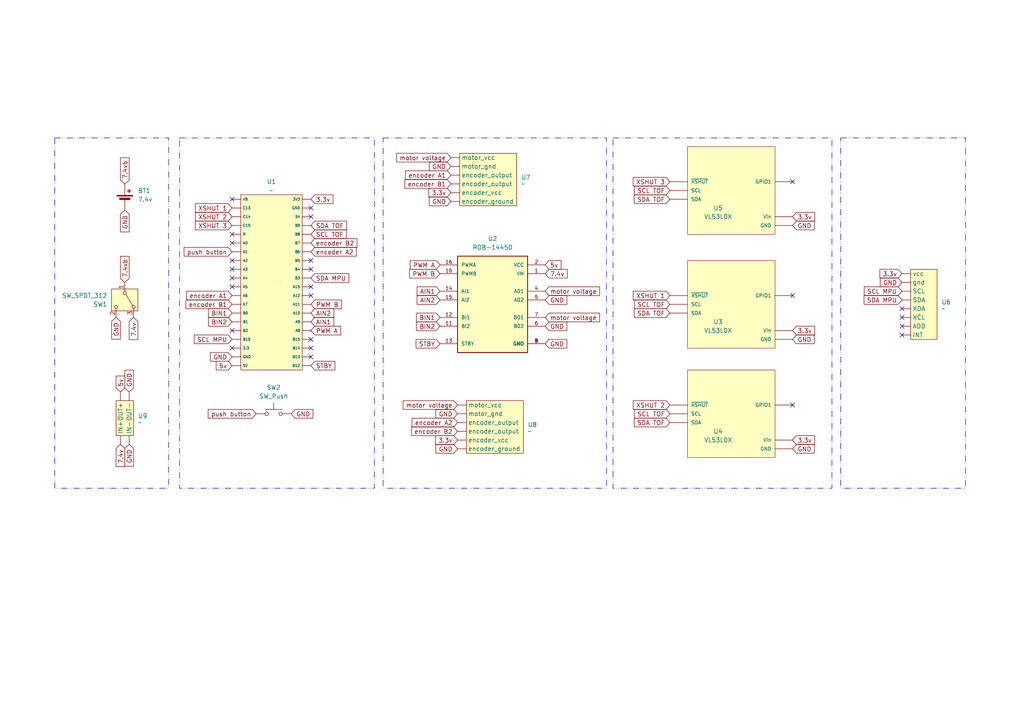
<source format=kicad_sch>
(kicad_sch (version 20231120) (generator "eeschema") (generator_version "8.0")
  (paper "A4")
  (lib_symbols
    (symbol "Device:Battery_Cell" (pin_numbers hide) (pin_names (offset 0) hide)
      (property "Reference" "BT" (at 2.54 2.54 0))
      (property "Value" "Battery_Cell" (at 2.54 0 0))
      (symbol "Battery_Cell_0_1"
        (rectangle (start -2.286 1.778) (end 2.286 1.524) (fill (type outline)))
        (rectangle (start -1.524 1.016) (end 1.524 0.508) (fill (type outline)))
        (polyline (pts (xy 0 0.762) (xy 0 0)))
        (polyline (pts (xy 0 1.778) (xy 0 2.54)))
        (polyline (pts (xy 0.762 3.048) (xy 1.778 3.048)) (stroke (width 0.254)))
        (polyline (pts (xy 1.27 3.556) (xy 1.27 2.54)) (stroke (width 0.254)))
      )
      (symbol "Battery_Cell_1_1"
        (pin passive line (at 0 5.08 270) (length 2.54) (name "+") (number "1"))
        (pin passive line (at 0 -2.54 90) (length 2.54) (name "-") (number "2"))
      )
    )
    (symbol "Switch:SW_Push" (pin_numbers hide) (pin_names (offset 1.016) hide)
      (property "Reference" "SW" (at 1.27 2.54 0))
      (property "Value" "SW_Push" (at 0 -1.524 0))
      (symbol "SW_Push_0_1"
        (circle (center -2.032 0) (radius 0.508))
        (polyline (pts (xy 0 1.27) (xy 0 3.048)))
        (polyline (pts (xy 2.54 1.27) (xy -2.54 1.27)))
        (circle (center 2.032 0) (radius 0.508))
        (pin passive line (at -5.08 0 0) (length 2.54) (name "1") (number "1"))
        (pin passive line (at 5.08 0 180) (length 2.54) (name "2") (number "2"))
      )
    )
    (symbol "Switch:SW_SPDT_312" (pin_names (offset 1) hide)
      (property "Reference" "SW" (at 0 5.08 0))
      (property "Value" "SW_SPDT_312" (at 0 -5.08 0))
      (symbol "SW_SPDT_312_0_1"
        (circle (center -2.032 0) (radius 0.4572))
        (polyline (pts (xy -1.651 0.254) (xy 1.651 2.286)))
        (circle (center 2.032 -2.54) (radius 0.4572))
        (circle (center 2.032 2.54) (radius 0.4572))
      )
      (symbol "SW_SPDT_312_1_1"
        (rectangle (start -3.175 3.81) (end 3.175 -3.81) (fill (type background)))
        (pin passive line (at -5.08 0 0) (length 2.54) (name "B") (number "1"))
        (pin passive line (at 5.08 -2.54 180) (length 2.54) (name "C") (number "2"))
        (pin passive line (at 5.08 2.54 180) (length 2.54) (name "A") (number "3"))
      )
    )
    (symbol "VL53L0X_1" (pin_names (offset 1.016))
      (property "Reference" "U" (at -12.7244 13.2334 0))
      (property "Value" "VL53L0X" (at -8.9105 7.5954 0))
      (symbol "VL53L0X_1_0_0"
        (rectangle (start -8.89 35.56) (end 16.51 10.16) (stroke (width 0.127)) (fill (type background)))
      )
      (symbol "VL53L0X_1_1_0"
        (pin power_in line (at 21.59 12.7 180) (length 5.08) (name "GND") (number ""))
        (pin output line (at 21.59 25.4 180) (length 5.08) (name "GPIO1") (number ""))
        (pin input line (at -13.97 22.86 0) (length 5.08) (name "SCL") (number ""))
        (pin bidirectional line (at -13.97 20.32 0) (length 5.08) (name "SDA") (number ""))
        (pin power_in line (at 21.59 15.24 180) (length 5.08) (name "Vin") (number ""))
        (pin input line (at -13.97 25.4 0) (length 5.08) (name "~{XSHUT}") (number ""))
      )
    )
    (symbol "VL53L0X_2" (pin_names (offset 1.016))
      (property "Reference" "U" (at -12.7244 13.2334 0))
      (property "Value" "VL53L0X" (at -8.9105 7.5954 0))
      (symbol "VL53L0X_2_0_0"
        (rectangle (start -8.89 35.56) (end 16.51 10.16) (stroke (width 0.127)) (fill (type background)))
      )
      (symbol "VL53L0X_2_1_0"
        (pin power_in line (at 21.59 12.7 180) (length 5.08) (name "GND") (number ""))
        (pin output line (at 21.59 25.4 180) (length 5.08) (name "GPIO1") (number ""))
        (pin input line (at -13.97 22.86 0) (length 5.08) (name "SCL") (number ""))
        (pin bidirectional line (at -13.97 20.32 0) (length 5.08) (name "SDA") (number ""))
        (pin power_in line (at 21.59 15.24 180) (length 5.08) (name "Vin") (number ""))
        (pin input line (at -13.97 25.4 0) (length 5.08) (name "~{XSHUT}") (number ""))
      )
    )
    (symbol "buck:buck"
      (property "Reference" "U" (at 2.54 2.032 0))
      (symbol "buck_0_1"
        (rectangle (start -2.54 1.27) (end -2.54 1.27))
      )
      (symbol "buck_1_1"
        (rectangle (start -2.54 1.27) (end 7.62 -3.81) (fill (type background)))
        (pin power_in line (at -5.08 0 0) (length 2.54) (name "IN+") (number ""))
        (pin power_in line (at -5.08 -2.54 0) (length 2.54) (name "IN-") (number ""))
        (pin power_out line (at 10.16 0 180) (length 2.54) (name "OUT+") (number ""))
        (pin power_out line (at 10.16 -2.54 180) (length 2.54) (name "OUT-") (number ""))
      )
    )
    (symbol "encoder motor:encoder_motor"
      (property "Reference" "U" (at 10.414 8.382 0))
      (symbol "encoder_motor_1_1"
        (rectangle (start -5.08 5.08) (end 11.43 -10.16) (fill (type background)))
        (pin bidirectional line (at -7.62 -8.89 0) (length 2.54) (name "encoder_ground") (number ""))
        (pin bidirectional line (at -7.62 -3.81 0) (length 2.54) (name "encoder_output") (number ""))
        (pin bidirectional line (at -7.62 -1.27 0) (length 2.54) (name "encoder_output") (number ""))
        (pin bidirectional line (at -7.62 -6.35 0) (length 2.54) (name "encoder_vcc") (number ""))
        (pin power_in line (at -7.62 1.27 0) (length 2.54) (name "motor_gnd") (number ""))
        (pin power_in line (at -7.62 3.81 0) (length 2.54) (name "motor_vcc") (number ""))
      )
    )
    (symbol "mpu 6050:mpu_6050"
      (property "Reference" "U" (at 6.096 5.08 0))
      (symbol "mpu_6050_1_1"
        (rectangle (start -3.81 8.89) (end 3.81 -11.43) (fill (type background)))
        (pin bidirectional line (at -6.35 -7.62 0) (length 2.54) (name "ADD") (number ""))
        (pin bidirectional line (at -6.35 -10.16 0) (length 2.54) (name "INT") (number ""))
        (pin bidirectional line (at -6.35 2.54 0) (length 2.54) (name "SCL") (number ""))
        (pin bidirectional line (at -6.35 0 0) (length 2.54) (name "SDA") (number ""))
        (pin bidirectional line (at -6.35 -5.08 0) (length 2.54) (name "XCL") (number ""))
        (pin bidirectional line (at -6.35 -2.54 0) (length 2.54) (name "XDA") (number ""))
        (pin power_in line (at -6.35 5.08 0) (length 2.54) (name "gnd") (number ""))
        (pin power_in line (at -6.35 7.62 0) (length 2.54) (name "vcc") (number ""))
      )
    )
    (symbol "stm 32 black pill:STM32F411CEU6_"
      (property "Reference" "U" (at 0.254 16.256 0))
      (symbol "STM32F411CEU6__0_1"
        (rectangle (start -1.27 -3.81) (end -1.27 -3.81))
      )
      (symbol "STM32F411CEU6__1_1"
        (rectangle (start -12.7 21.59) (end 5.08 -29.21) (fill (type background)))
        (pin bidirectional line (at -15.24 -22.86 0) (length 2.54) (name "3.3") (number ""))
        (pin bidirectional line (at 7.62 20.32 180) (length 2.54) (name "3V3") (number ""))
        (pin bidirectional line (at -15.24 -27.94 0) (length 2.54) (name "5V") (number ""))
        (pin bidirectional line (at 7.62 15.24 180) (length 2.54) (name "5V") (number ""))
        (pin bidirectional line (at -15.24 7.62 0) (length 2.54) (name "A0") (number ""))
        (pin bidirectional line (at -15.24 5.08 0) (length 2.54) (name "A1") (number ""))
        (pin bidirectional line (at 7.62 -12.7 180) (length 2.54) (name "A10") (number ""))
        (pin bidirectional line (at 7.62 -10.16 180) (length 2.54) (name "A11") (number ""))
        (pin bidirectional line (at 7.62 -7.62 180) (length 2.54) (name "A12") (number ""))
        (pin bidirectional line (at 7.62 -5.08 180) (length 2.54) (name "A15") (number ""))
        (pin bidirectional line (at -15.24 2.54 0) (length 2.54) (name "A2") (number ""))
        (pin bidirectional line (at -15.24 0 0) (length 2.54) (name "A3") (number ""))
        (pin bidirectional line (at -15.24 -2.54 0) (length 2.54) (name "A4") (number ""))
        (pin bidirectional line (at -15.24 -5.08 0) (length 2.54) (name "A5") (number ""))
        (pin bidirectional line (at -15.24 -7.62 0) (length 2.54) (name "A6") (number ""))
        (pin bidirectional line (at -15.24 -10.16 0) (length 2.54) (name "A7") (number ""))
        (pin bidirectional line (at 7.62 -17.78 180) (length 2.54) (name "A8") (number ""))
        (pin bidirectional line (at 7.62 -15.24 180) (length 2.54) (name "A9") (number ""))
        (pin bidirectional line (at -15.24 -12.7 0) (length 2.54) (name "B0") (number ""))
        (pin bidirectional line (at -15.24 -15.24 0) (length 2.54) (name "B1") (number ""))
        (pin bidirectional line (at -15.24 -20.32 0) (length 2.54) (name "B10") (number ""))
        (pin bidirectional line (at 7.62 -27.94 180) (length 2.54) (name "B12") (number ""))
        (pin bidirectional line (at 7.62 -25.4 180) (length 2.54) (name "B13") (number ""))
        (pin bidirectional line (at 7.62 -22.86 180) (length 2.54) (name "B14") (number ""))
        (pin bidirectional line (at 7.62 -20.32 180) (length 2.54) (name "B15") (number ""))
        (pin bidirectional line (at -15.24 -17.78 0) (length 2.54) (name "B2") (number ""))
        (pin bidirectional line (at 7.62 -2.54 180) (length 2.54) (name "B3") (number ""))
        (pin bidirectional line (at 7.62 0 180) (length 2.54) (name "B4") (number ""))
        (pin bidirectional line (at 7.62 2.54 180) (length 2.54) (name "B5") (number ""))
        (pin bidirectional line (at 7.62 5.08 180) (length 2.54) (name "B6") (number ""))
        (pin bidirectional line (at 7.62 7.62 180) (length 2.54) (name "B7") (number ""))
        (pin bidirectional line (at 7.62 10.16 180) (length 2.54) (name "B8") (number ""))
        (pin bidirectional line (at 7.62 12.7 180) (length 2.54) (name "B9") (number ""))
        (pin bidirectional line (at -15.24 17.78 0) (length 2.54) (name "C13") (number ""))
        (pin bidirectional line (at -15.24 15.24 0) (length 2.54) (name "C14") (number ""))
        (pin bidirectional line (at -15.24 12.7 0) (length 2.54) (name "C15") (number ""))
        (pin bidirectional line (at -15.24 -25.4 0) (length 2.54) (name "GND") (number ""))
        (pin bidirectional line (at 7.62 17.78 180) (length 2.54) (name "GND") (number ""))
        (pin bidirectional line (at -15.24 10.16 0) (length 2.54) (name "R") (number ""))
        (pin bidirectional line (at -15.24 20.32 0) (length 2.54) (name "VB") (number ""))
      )
    )
    (symbol "tb6612fng:ROB-14450" (pin_names (offset 1.016))
      (property "Reference" "U" (at -10.16 16.002 0))
      (property "Value" "ROB-14450" (at -10.16 -15.24 0))
      (symbol "ROB-14450_0_0"
        (rectangle (start -10.16 -12.7) (end 10.16 15.24) (stroke (width 0.254)) (fill (type background)))
        (pin power_in line (at 15.24 10.16 180) (length 5.08) (name "VM") (number "1"))
        (pin input line (at -15.24 10.16 0) (length 5.08) (name "PWMB") (number "10"))
        (pin input line (at -15.24 -5.08 0) (length 5.08) (name "BI2") (number "11"))
        (pin input line (at -15.24 -2.54 0) (length 5.08) (name "BI1") (number "12"))
        (pin input line (at -15.24 -10.16 0) (length 5.08) (name "STBY") (number "13"))
        (pin input line (at -15.24 5.08 0) (length 5.08) (name "AI1") (number "14"))
        (pin input line (at -15.24 2.54 0) (length 5.08) (name "AI2") (number "15"))
        (pin input line (at -15.24 12.7 0) (length 5.08) (name "PWMA") (number "16"))
        (pin power_in line (at 15.24 12.7 180) (length 5.08) (name "VCC") (number "2"))
        (pin power_in line (at 15.24 -10.16 180) (length 5.08) (name "GND") (number "3"))
        (pin output line (at 15.24 5.08 180) (length 5.08) (name "A01") (number "4"))
        (pin output line (at 15.24 2.54 180) (length 5.08) (name "A02") (number "5"))
        (pin output line (at 15.24 -5.08 180) (length 5.08) (name "B02") (number "6"))
        (pin output line (at 15.24 -2.54 180) (length 5.08) (name "B01") (number "7"))
        (pin power_in line (at 15.24 -10.16 180) (length 5.08) (name "GND") (number "8"))
        (pin power_in line (at 15.24 -10.16 180) (length 5.08) (name "GND") (number "9"))
      )
    )
    (symbol "time of flight VL53L0X:VL53L0X" (pin_names (offset 1.016))
      (property "Reference" "U" (at -12.7244 13.2334 0))
      (property "Value" "VL53L0X" (at -8.9105 7.5954 0))
      (symbol "VL53L0X_0_0"
        (rectangle (start -8.89 35.56) (end 16.51 10.16) (stroke (width 0.127)) (fill (type background)))
      )
      (symbol "VL53L0X_1_0"
        (pin power_in line (at 21.59 12.7 180) (length 5.08) (name "GND") (number ""))
        (pin output line (at 21.59 25.4 180) (length 5.08) (name "GPIO1") (number ""))
        (pin input line (at -13.97 22.86 0) (length 5.08) (name "SCL") (number ""))
        (pin bidirectional line (at -13.97 20.32 0) (length 5.08) (name "SDA") (number ""))
        (pin power_in line (at 21.59 15.24 180) (length 5.08) (name "Vin") (number ""))
        (pin input line (at -13.97 25.4 0) (length 5.08) (name "~{XSHUT}") (number ""))
      )
    )
  )
  (no_connect (at 67.31 70.485))
  (no_connect (at 90.17 100.965))
  (no_connect (at 90.17 75.565))
  (no_connect (at 67.31 57.785))
  (no_connect (at 229.87 85.725))
  (no_connect (at 90.17 103.505))
  (no_connect (at 67.31 78.105))
  (no_connect (at 67.31 75.565))
  (no_connect (at 90.17 98.425))
  (no_connect (at 67.31 83.185))
  (no_connect (at 67.31 95.885))
  (no_connect (at 90.17 78.105))
  (no_connect (at 261.62 89.535))
  (no_connect (at 90.17 83.185))
  (no_connect (at 90.17 60.325))
  (no_connect (at 261.62 97.155))
  (no_connect (at 67.31 80.645))
  (no_connect (at 229.87 117.475))
  (no_connect (at 229.87 52.705))
  (no_connect (at 67.31 100.965))
  (no_connect (at 67.31 67.945))
  (no_connect (at 261.62 94.615))
  (no_connect (at 90.17 62.865))
  (no_connect (at 90.17 85.725))
  (no_connect (at 261.62 92.075))
  (rectangle (start 243.84 40.005) (end 280.035 141.605) (stroke (width 0) (type dash_dot_dot)))
  (rectangle (start 52.07 40.005) (end 108.585 141.605) (stroke (width 0) (type dash_dot_dot)))
  (rectangle (start 177.8 40.005) (end 241.3 141.605) (stroke (width 0) (type dash_dot_dot)))
  (rectangle (start 111.125 40.005) (end 175.895 141.605) (stroke (width 0) (type dash_dot_dot)))
  (rectangle (start 15.875 40.005) (end 48.895 141.605) (stroke (width 0) (type dash_dot_dot)))
  (global_label "encoder B1" (shape input) (at 130.81 53.34 180) (property "Intersheetrefs" "${INTERSHEET_REFS}" (effects (hide yes))))
  (global_label "push button" (shape input) (at 74.295 120.015 180) (property "Intersheetrefs" "${INTERSHEET_REFS}" (effects (hide yes))))
  (global_label "GND" (shape input) (at 67.31 103.505 180) (property "Intersheetrefs" "${INTERSHEET_REFS}" (effects (hide yes))))
  (global_label "encoder A1" (shape input) (at 67.31 85.725 180) (property "Intersheetrefs" "${INTERSHEET_REFS}" (effects (hide yes))))
  (global_label "GND" (shape input) (at 261.62 81.915 180) (property "Intersheetrefs" "${INTERSHEET_REFS}" (effects (hide yes))))
  (global_label "GND" (shape input) (at 37.465 113.665 90) (property "Intersheetrefs" "${INTERSHEET_REFS}" (effects (hide yes))))
  (global_label "3.3v" (shape input) (at 130.81 55.88 180) (property "Intersheetrefs" "${INTERSHEET_REFS}" (effects (hide yes))))
  (global_label "7.4vb" (shape input) (at 36.195 81.915 90) (property "Intersheetrefs" "${INTERSHEET_REFS}" (effects (hide yes))))
  (global_label "XSHUT 3" (shape input) (at 194.31 52.705 180) (property "Intersheetrefs" "${INTERSHEET_REFS}" (effects (hide yes))))
  (global_label "SCL TOF" (shape input) (at 194.31 55.245 180) (property "Intersheetrefs" "${INTERSHEET_REFS}" (effects (hide yes))))
  (global_label "SCL MPU" (shape input) (at 67.31 98.425 180) (property "Intersheetrefs" "${INTERSHEET_REFS}" (effects (hide yes))))
  (global_label "SDA MPU" (shape input) (at 90.17 80.645 0) (property "Intersheetrefs" "${INTERSHEET_REFS}" (effects (hide yes))))
  (global_label "GND" (shape input) (at 132.715 130.175 180) (property "Intersheetrefs" "${INTERSHEET_REFS}" (effects (hide yes))))
  (global_label "encoder B2" (shape input) (at 132.715 125.095 180) (property "Intersheetrefs" "${INTERSHEET_REFS}" (effects (hide yes))))
  (global_label "SDA TOF" (shape input) (at 194.31 57.785 180) (property "Intersheetrefs" "${INTERSHEET_REFS}" (effects (hide yes))))
  (global_label "encoder A2" (shape input) (at 90.17 73.025 0) (property "Intersheetrefs" "${INTERSHEET_REFS}" (effects (hide yes))))
  (global_label "SDA TOF" (shape input) (at 90.17 65.405 0) (property "Intersheetrefs" "${INTERSHEET_REFS}" (effects (hide yes))))
  (global_label "SCL TOF" (shape input) (at 194.31 88.265 180) (property "Intersheetrefs" "${INTERSHEET_REFS}" (effects (hide yes))))
  (global_label "AIN1" (shape input) (at 127.635 84.455 180) (property "Intersheetrefs" "${INTERSHEET_REFS}" (effects (hide yes))))
  (global_label "BIN1" (shape input) (at 67.31 90.805 180) (property "Intersheetrefs" "${INTERSHEET_REFS}" (effects (hide yes))))
  (global_label "5v" (shape input) (at 158.115 76.835 0) (property "Intersheetrefs" "${INTERSHEET_REFS}" (effects (hide yes))))
  (global_label "XSHUT 1" (shape input) (at 67.31 60.325 180) (property "Intersheetrefs" "${INTERSHEET_REFS}" (effects (hide yes))))
  (global_label "7.4v" (shape input) (at 158.115 79.375 0) (property "Intersheetrefs" "${INTERSHEET_REFS}" (effects (hide yes))))
  (global_label "XSHUT 3" (shape input) (at 67.31 65.405 180) (property "Intersheetrefs" "${INTERSHEET_REFS}" (effects (hide yes))))
  (global_label "3.3v" (shape input) (at 132.715 127.635 180) (property "Intersheetrefs" "${INTERSHEET_REFS}" (effects (hide yes))))
  (global_label "GND" (shape input) (at 158.115 94.615 0) (property "Intersheetrefs" "${INTERSHEET_REFS}" (effects (hide yes))))
  (global_label "3.3v" (shape input) (at 90.17 57.785 0) (property "Intersheetrefs" "${INTERSHEET_REFS}" (effects (hide yes))))
  (global_label "AIN2" (shape input) (at 127.635 86.995 180) (property "Intersheetrefs" "${INTERSHEET_REFS}" (effects (hide yes))))
  (global_label "BIN2" (shape input) (at 127.635 94.615 180) (property "Intersheetrefs" "${INTERSHEET_REFS}" (effects (hide yes))))
  (global_label "motor voltage" (shape input) (at 130.81 45.72 180) (property "Intersheetrefs" "${INTERSHEET_REFS}" (effects (hide yes))))
  (global_label "3.3v" (shape input) (at 229.87 62.865 0) (property "Intersheetrefs" "${INTERSHEET_REFS}" (effects (hide yes))))
  (global_label "PWM B" (shape input) (at 90.17 88.265 0) (property "Intersheetrefs" "${INTERSHEET_REFS}" (effects (hide yes))))
  (global_label "SCL TOF" (shape input) (at 90.17 67.945 0) (property "Intersheetrefs" "${INTERSHEET_REFS}" (effects (hide yes))))
  (global_label "encoder A1" (shape input) (at 130.81 50.8 180) (property "Intersheetrefs" "${INTERSHEET_REFS}" (effects (hide yes))))
  (global_label "SDA TOF" (shape input) (at 194.31 122.555 180) (property "Intersheetrefs" "${INTERSHEET_REFS}" (effects (hide yes))))
  (global_label "encoder B2" (shape input) (at 90.17 70.485 0) (property "Intersheetrefs" "${INTERSHEET_REFS}" (effects (hide yes))))
  (global_label "encoder B1" (shape input) (at 67.31 88.265 180) (property "Intersheetrefs" "${INTERSHEET_REFS}" (effects (hide yes))))
  (global_label "motor voltage" (shape input) (at 158.115 84.455 0) (property "Intersheetrefs" "${INTERSHEET_REFS}" (effects (hide yes))))
  (global_label "5v" (shape input) (at 34.925 113.665 90) (property "Intersheetrefs" "${INTERSHEET_REFS}" (effects (hide yes))))
  (global_label "PWM B" (shape input) (at 127.635 79.375 180) (property "Intersheetrefs" "${INTERSHEET_REFS}" (effects (hide yes))))
  (global_label "motor voltage" (shape input) (at 158.115 92.075 0) (property "Intersheetrefs" "${INTERSHEET_REFS}" (effects (hide yes))))
  (global_label "7.4v" (shape input) (at 38.735 92.075 270) (property "Intersheetrefs" "${INTERSHEET_REFS}" (effects (hide yes))))
  (global_label "BIN2" (shape input) (at 67.31 93.345 180) (property "Intersheetrefs" "${INTERSHEET_REFS}" (effects (hide yes))))
  (global_label "GND" (shape input) (at 36.195 60.96 270) (property "Intersheetrefs" "${INTERSHEET_REFS}" (effects (hide yes))))
  (global_label "3.3v" (shape input) (at 261.62 79.375 180) (property "Intersheetrefs" "${INTERSHEET_REFS}" (effects (hide yes))))
  (global_label "5v" (shape input) (at 67.31 106.045 180) (property "Intersheetrefs" "${INTERSHEET_REFS}" (effects (hide yes))))
  (global_label "GND" (shape input) (at 33.655 92.075 270) (property "Intersheetrefs" "${INTERSHEET_REFS}" (effects (hide yes))))
  (global_label "BIN1" (shape input) (at 127.635 92.075 180) (property "Intersheetrefs" "${INTERSHEET_REFS}" (effects (hide yes))))
  (global_label "STBY" (shape input) (at 90.17 106.045 0) (property "Intersheetrefs" "${INTERSHEET_REFS}" (effects (hide yes))))
  (global_label "GND" (shape input) (at 158.115 86.995 0) (property "Intersheetrefs" "${INTERSHEET_REFS}" (effects (hide yes))))
  (global_label "SCL MPU" (shape input) (at 261.62 84.455 180) (property "Intersheetrefs" "${INTERSHEET_REFS}" (effects (hide yes))))
  (global_label "XSHUT 1" (shape input) (at 194.31 85.725 180) (property "Intersheetrefs" "${INTERSHEET_REFS}" (effects (hide yes))))
  (global_label "GND" (shape input) (at 130.81 48.26 180) (property "Intersheetrefs" "${INTERSHEET_REFS}" (effects (hide yes))))
  (global_label "SCL TOF" (shape input) (at 194.31 120.015 180) (property "Intersheetrefs" "${INTERSHEET_REFS}" (effects (hide yes))))
  (global_label "push button" (shape input) (at 67.31 73.025 180) (property "Intersheetrefs" "${INTERSHEET_REFS}" (effects (hide yes))))
  (global_label "GND" (shape input) (at 84.455 120.015 0) (property "Intersheetrefs" "${INTERSHEET_REFS}" (effects (hide yes))))
  (global_label "GND" (shape input) (at 229.87 130.175 0) (property "Intersheetrefs" "${INTERSHEET_REFS}" (effects (hide yes))))
  (global_label "STBY" (shape input) (at 127.635 99.695 180) (property "Intersheetrefs" "${INTERSHEET_REFS}" (effects (hide yes))))
  (global_label "XSHUT 2" (shape input) (at 194.31 117.475 180) (property "Intersheetrefs" "${INTERSHEET_REFS}" (effects (hide yes))))
  (global_label "AIN1" (shape input) (at 90.17 93.345 0) (property "Intersheetrefs" "${INTERSHEET_REFS}" (effects (hide yes))))
  (global_label "AIN2" (shape input) (at 90.17 90.805 0) (property "Intersheetrefs" "${INTERSHEET_REFS}" (effects (hide yes))))
  (global_label "7.4vb" (shape input) (at 36.195 53.34 90) (property "Intersheetrefs" "${INTERSHEET_REFS}" (effects (hide yes))))
  (global_label "PWM A" (shape input) (at 127.635 76.835 180) (property "Intersheetrefs" "${INTERSHEET_REFS}" (effects (hide yes))))
  (global_label "PWM A" (shape input) (at 90.17 95.885 0) (property "Intersheetrefs" "${INTERSHEET_REFS}" (effects (hide yes))))
  (global_label "XSHUT 2" (shape input) (at 67.31 62.865 180) (property "Intersheetrefs" "${INTERSHEET_REFS}" (effects (hide yes))))
  (global_label "encoder A2" (shape input) (at 132.715 122.555 180) (property "Intersheetrefs" "${INTERSHEET_REFS}" (effects (hide yes))))
  (global_label "GND" (shape input) (at 229.87 65.405 0) (property "Intersheetrefs" "${INTERSHEET_REFS}" (effects (hide yes))))
  (global_label "GND" (shape input) (at 37.465 128.905 270) (property "Intersheetrefs" "${INTERSHEET_REFS}" (effects (hide yes))))
  (global_label "SDA TOF" (shape input) (at 194.31 90.805 180) (property "Intersheetrefs" "${INTERSHEET_REFS}" (effects (hide yes))))
  (global_label "3.3v" (shape input) (at 229.87 127.635 0) (property "Intersheetrefs" "${INTERSHEET_REFS}" (effects (hide yes))))
  (global_label "GND" (shape input) (at 132.715 120.015 180) (property "Intersheetrefs" "${INTERSHEET_REFS}" (effects (hide yes))))
  (global_label "GND" (shape input) (at 130.81 58.42 180) (property "Intersheetrefs" "${INTERSHEET_REFS}" (effects (hide yes))))
  (global_label "SDA MPU" (shape input) (at 261.62 86.995 180) (property "Intersheetrefs" "${INTERSHEET_REFS}" (effects (hide yes))))
  (global_label "3.3v" (shape input) (at 229.87 95.885 0) (property "Intersheetrefs" "${INTERSHEET_REFS}" (effects (hide yes))))
  (global_label "7.4v" (shape input) (at 34.925 128.905 270) (property "Intersheetrefs" "${INTERSHEET_REFS}" (effects (hide yes))))
  (global_label "GND" (shape input) (at 158.115 99.695 0) (property "Intersheetrefs" "${INTERSHEET_REFS}" (effects (hide yes))))
  (global_label "motor voltage" (shape input) (at 132.715 117.475 180) (property "Intersheetrefs" "${INTERSHEET_REFS}" (effects (hide yes))))
  (global_label "GND" (shape input) (at 229.87 98.425 0) (property "Intersheetrefs" "${INTERSHEET_REFS}" (effects (hide yes))))
  (symbol (lib_name "VL53L0X_1") (lib_id "time of flight VL53L0X:VL53L0X") (at 208.28 111.125 0) (unit 1)
    (property "Reference" "U3" (at 208.28 93.345 0))
    (property "Value" "VL53L0X" (at 208.28 95.885 0))
    (property "Footprint" "VL53L0X:SENSOR_VL53L0X" (effects (hide yes)))
    (property "MF" "STMicroelectronics" (effects (hide yes)))
    (property "Description_1" "\n                        \n                            STM32F401RE, VL53L0X, mbed-Enabled Development series Light, 3D Time-of-Flight (ToF) Sensor Evaluation Board\n                        \n" (effects (hide yes)))
    (property "Package" "None" (effects (hide yes)))
    (property "Price" "None" (effects (hide yes)))
    (property "Check_prices" "https://www.snapeda.com/parts/VL53L0X/STMicroelectronics/view-part/?ref=eda" (effects (hide yes)))
    (property "PART_REV" "1.0" (effects (hide yes)))
    (property "STANDARD" "Manufacturer Recommendation" (effects (hide yes)))
    (property "SnapEDA_Link" "https://www.snapeda.com/parts/VL53L0X/STMicroelectronics/view-part/?ref=snap" (effects (hide yes)))
    (property "MP" "VL53L0X" (effects (hide yes)))
    (property "Availability" "Not in stock" (effects (hide yes)))
    (property "MANUFACTURER" "ST Microelectronics" (effects (hide yes)))
  )
  (symbol (lib_id "Switch:SW_SPDT_312") (at 36.195 86.995 270) (unit 1)
    (property "Reference" "SW1" (at 31.115 88.2651 90) (effects (justify right)))
    (property "Value" "SW_SPDT_312" (at 31.115 85.7251 90) (effects (justify right)))
    (property "Description" "Switch, single pole double throw" (effects (hide yes)))
  )
  (symbol (lib_id "mpu 6050:mpu_6050") (at 267.97 86.995 0) (unit 1)
    (property "Reference" "U6" (at 273.05 87.6299 0) (effects (justify left)))
    (property "Value" "~" (at 273.05 89.535 0) (effects (justify left)))
  )
  (symbol (lib_id "Device:Battery_Cell") (at 36.195 58.42 0) (unit 1)
    (property "Reference" "BT1" (at 40.005 55.3084 0) (effects (justify left)))
    (property "Value" "7.4v" (at 40.005 57.8484 0) (effects (justify left)))
    (property "Description" "Single-cell battery" (effects (hide yes)))
  )
  (symbol (lib_id "stm 32 black pill:STM32F411CEU6_") (at 82.55 78.105 0) (unit 1)
    (property "Reference" "U1" (at 78.74 52.705 0))
    (property "Value" "~" (at 78.74 55.245 0))
  )
  (symbol (lib_id "Switch:SW_Push") (at 79.375 120.015 0) (unit 1)
    (property "Reference" "SW2" (at 79.375 112.395 0))
    (property "Value" "SW_Push" (at 79.375 114.935 0))
    (property "Description" "Push button switch, generic, two pins" (effects (hide yes)))
  )
  (symbol (lib_id "time of flight VL53L0X:VL53L0X") (at 208.28 78.105 0) (unit 1)
    (property "Reference" "U5" (at 208.28 60.325 0))
    (property "Value" "VL53L0X" (at 208.28 62.865 0))
    (property "Footprint" "VL53L0X:SENSOR_VL53L0X" (effects (hide yes)))
    (property "MF" "STMicroelectronics" (effects (hide yes)))
    (property "Description_1" "\n                        \n                            STM32F401RE, VL53L0X, mbed-Enabled Development series Light, 3D Time-of-Flight (ToF) Sensor Evaluation Board\n                        \n" (effects (hide yes)))
    (property "Package" "None" (effects (hide yes)))
    (property "Price" "None" (effects (hide yes)))
    (property "Check_prices" "https://www.snapeda.com/parts/VL53L0X/STMicroelectronics/view-part/?ref=eda" (effects (hide yes)))
    (property "PART_REV" "1.0" (effects (hide yes)))
    (property "STANDARD" "Manufacturer Recommendation" (effects (hide yes)))
    (property "SnapEDA_Link" "https://www.snapeda.com/parts/VL53L0X/STMicroelectronics/view-part/?ref=snap" (effects (hide yes)))
    (property "MP" "VL53L0X" (effects (hide yes)))
    (property "Availability" "Not in stock" (effects (hide yes)))
    (property "MANUFACTURER" "ST Microelectronics" (effects (hide yes)))
  )
  (symbol (lib_name "encoder motor:encoder_motor") (lib_id "encoder motor:encoder_motor") (at 138.43 49.53 0) (unit 1)
    (property "Reference" "U7" (at 151.13 51.4349 0) (effects (justify left)))
    (property "Value" "~" (at 151.13 53.34 0) (effects (justify left)))
  )
  (symbol (lib_name "VL53L0X_2") (lib_id "time of flight VL53L0X:VL53L0X") (at 208.28 142.875 0) (unit 1)
    (property "Reference" "U4" (at 208.28 125.095 0))
    (property "Value" "VL53L0X" (at 208.28 127.635 0))
    (property "Footprint" "VL53L0X:SENSOR_VL53L0X" (effects (hide yes)))
    (property "MF" "STMicroelectronics" (effects (hide yes)))
    (property "Description_1" "\n                        \n                            STM32F401RE, VL53L0X, mbed-Enabled Development series Light, 3D Time-of-Flight (ToF) Sensor Evaluation Board\n                        \n" (effects (hide yes)))
    (property "Package" "None" (effects (hide yes)))
    (property "Price" "None" (effects (hide yes)))
    (property "Check_prices" "https://www.snapeda.com/parts/VL53L0X/STMicroelectronics/view-part/?ref=eda" (effects (hide yes)))
    (property "PART_REV" "1.0" (effects (hide yes)))
    (property "STANDARD" "Manufacturer Recommendation" (effects (hide yes)))
    (property "SnapEDA_Link" "https://www.snapeda.com/parts/VL53L0X/STMicroelectronics/view-part/?ref=snap" (effects (hide yes)))
    (property "MP" "VL53L0X" (effects (hide yes)))
    (property "Availability" "Not in stock" (effects (hide yes)))
    (property "MANUFACTURER" "ST Microelectronics" (effects (hide yes)))
  )
  (symbol (lib_name "encoder motor:encoder_motor") (lib_id "encoder motor:encoder_motor") (at 140.335 121.285 0) (unit 1)
    (property "Reference" "U8" (at 153.035 123.1899 0) (effects (justify left)))
    (property "Value" "~" (at 153.035 125.095 0) (effects (justify left)))
  )
  (symbol (lib_id "tb6612fng:ROB-14450") (at 142.875 89.535 0) (unit 1)
    (property "Reference" "U2" (at 142.875 69.215 0))
    (property "Value" "ROB-14450" (at 142.875 71.755 0))
    (property "Footprint" "ROB-14450:MODULE_ROB-14450" (effects (hide yes)))
    (property "MF" "SparkFun Electronics" (effects (hide yes)))
    (property "Description_1" "\n                        \n                            TB6612FNG - Motor Controller/Driver Power Management Evaluation Board\n                        \n" (effects (hide yes)))
    (property "Package" "None" (effects (hide yes)))
    (property "Price" "None" (effects (hide yes)))
    (property "Check_prices" "https://www.snapeda.com/parts/ROB-14450/SparkFun/view-part/?ref=eda" (effects (hide yes)))
    (property "STANDARD" "Manufacturer Recommendation" (effects (hide yes)))
    (property "PARTREV" "11-13-17" (effects (hide yes)))
    (property "SnapEDA_Link" "https://www.snapeda.com/parts/ROB-14450/SparkFun/view-part/?ref=snap" (effects (hide yes)))
    (property "MP" "ROB-14450" (effects (hide yes)))
    (property "Availability" "In Stock" (effects (hide yes)))
    (property "MANUFACTURER" "Sparkfun Electronics" (effects (hide yes)))
  )
  (symbol (lib_id "buck:buck") (at 34.925 123.825 90) (unit 1)
    (property "Reference" "U9" (at 40.005 120.6499 90) (effects (justify right)))
    (property "Value" "~" (at 40.005 122.555 90) (effects (justify right)))
  )
)
</source>
